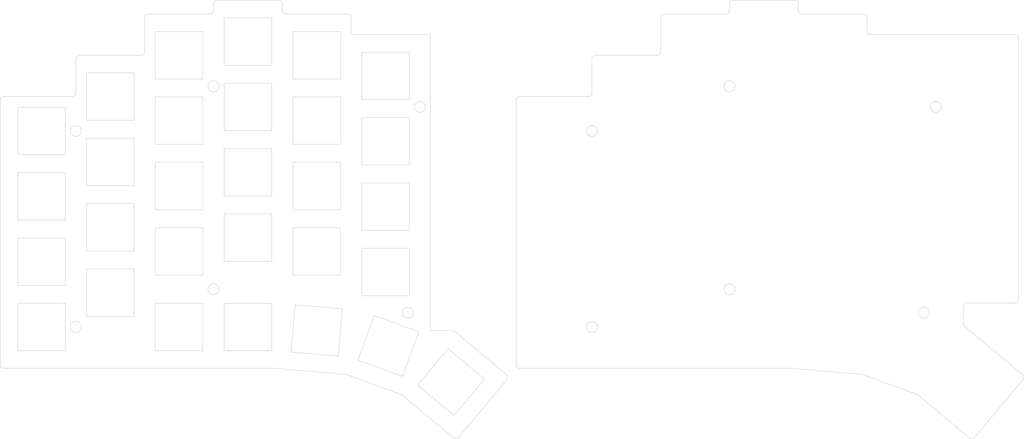
<source format=kicad_pcb>
(kicad_pcb
	(version 20240108)
	(generator "pcbnew")
	(generator_version "8.0")
	(general
		(thickness 1.6)
		(legacy_teardrops no)
	)
	(paper "A3")
	(title_block
		(title "top_bottom_plate")
		(date "2024-08-09")
		(rev "0.1")
		(company "Vacant0mens")
	)
	(layers
		(0 "F.Cu" signal)
		(31 "B.Cu" signal)
		(32 "B.Adhes" user "B.Adhesive")
		(33 "F.Adhes" user "F.Adhesive")
		(34 "B.Paste" user)
		(35 "F.Paste" user)
		(36 "B.SilkS" user "B.Silkscreen")
		(37 "F.SilkS" user "F.Silkscreen")
		(38 "B.Mask" user)
		(39 "F.Mask" user)
		(40 "Dwgs.User" user "User.Drawings")
		(41 "Cmts.User" user "User.Comments")
		(42 "Eco1.User" user "User.Eco1")
		(43 "Eco2.User" user "User.Eco2")
		(44 "Edge.Cuts" user)
		(45 "Margin" user)
		(46 "B.CrtYd" user "B.Courtyard")
		(47 "F.CrtYd" user "F.Courtyard")
		(48 "B.Fab" user)
		(49 "F.Fab" user)
	)
	(setup
		(pad_to_mask_clearance 0.05)
		(allow_soldermask_bridges_in_footprints no)
		(pcbplotparams
			(layerselection 0x0003030_ffffffff)
			(plot_on_all_layers_selection 0x0000000_00000000)
			(disableapertmacros no)
			(usegerberextensions no)
			(usegerberattributes yes)
			(usegerberadvancedattributes yes)
			(creategerberjobfile yes)
			(dashed_line_dash_ratio 12.000000)
			(dashed_line_gap_ratio 3.000000)
			(svgprecision 4)
			(plotframeref no)
			(viasonmask no)
			(mode 1)
			(useauxorigin no)
			(hpglpennumber 1)
			(hpglpenspeed 20)
			(hpglpendiameter 15.000000)
			(pdf_front_fp_property_popups yes)
			(pdf_back_fp_property_popups yes)
			(dxfpolygonmode yes)
			(dxfimperialunits yes)
			(dxfusepcbnewfont yes)
			(psnegative no)
			(psa4output no)
			(plotreference yes)
			(plotvalue yes)
			(plotfptext yes)
			(plotinvisibletext no)
			(sketchpadsonfab no)
			(subtractmaskfromsilk no)
			(outputformat 1)
			(mirror no)
			(drillshape 0)
			(scaleselection 1)
			(outputdirectory "C:/Users/evant/OneDrive/Desktop/Git/tinkering/CustomKeyboard/staggeredColumn58/ergogen/output/pcbs/")
		)
	)
	(net 0 "")
	(gr_arc
		(start 308 114)
		(mid 308.292893 113.292893)
		(end 309 113)
		(stroke
			(width 0.15)
			(type default)
		)
		(layer "Edge.Cuts")
		(uuid "00b23ffc-2c51-4505-9520-f69a2fea3267")
	)
	(gr_line
		(start 106.9 126.9)
		(end 106.9 113.1)
		(stroke
			(width 0.15)
			(type default)
		)
		(layer "Edge.Cuts")
		(uuid "00e422ed-a1c8-4960-8616-8df1b2404ef1")
	)
	(gr_circle
		(center 50 120)
		(end 51.6 120)
		(stroke
			(width 0.15)
			(type default)
		)
		(fill none)
		(layer "Edge.Cuts")
		(uuid "01c7b267-2ed8-42d8-b85f-51623e3ca2e4")
	)
	(gr_line
		(start 278.711912 133.842236)
		(end 294.613458 139.629925)
		(stroke
			(width 0.15)
			(type default)
		)
		(layer "Edge.Cuts")
		(uuid "02a8a6c5-186b-456e-8985-4e854f47f771")
	)
	(gr_line
		(start 33.1 75.1)
		(end 33.1 88.9)
		(stroke
			(width 0.15)
			(type default)
		)
		(layer "Edge.Cuts")
		(uuid "038ae62d-cc12-4834-b9f0-9870d7209468")
	)
	(gr_line
		(start 86.9 66.9)
		(end 86.9 53.1)
		(stroke
			(width 0.15)
			(type default)
		)
		(layer "Edge.Cuts")
		(uuid "091e79b3-a8ab-4f34-933a-b6d6404e7769")
	)
	(gr_arc
		(start 161.171186 152.139376)
		(mid 160.492288 152.492816)
		(end 159.762354 152.262633)
		(stroke
			(width 0.15)
			(type default)
		)
		(layer "Edge.Cuts")
		(uuid "09f35b65-106b-4111-9f29-125a660ee554")
	)
	(gr_line
		(start 86.9 53.1)
		(end 73.1 53.1)
		(stroke
			(width 0.15)
			(type default)
		)
		(layer "Edge.Cuts")
		(uuid "0b4d74c9-3d76-48e3-9e1a-14e6f0401be7")
	)
	(gr_line
		(start 33.1 69.9)
		(end 46.9 69.9)
		(stroke
			(width 0.15)
			(type default)
		)
		(layer "Edge.Cuts")
		(uuid "0c0f71ab-37b7-49a2-a806-67a79e93da90")
	)
	(gr_arc
		(start 200 52)
		(mid 199.707107 52.707107)
		(end 199 53)
		(stroke
			(width 0.15)
			(type default)
		)
		(layer "Edge.Cuts")
		(uuid "0c24b1c7-e3d8-4742-be23-3942fc271d06")
	)
	(gr_circle
		(center 200 63)
		(end 201.6 63)
		(stroke
			(width 0.15)
			(type default)
		)
		(fill none)
		(layer "Edge.Cuts")
		(uuid "0ddb6113-8936-46e6-8792-c6fdc7c68ac0")
	)
	(gr_line
		(start 126.272369 128.475118)
		(end 127.475118 114.727631)
		(stroke
			(width 0.15)
			(type default)
		)
		(layer "Edge.Cuts")
		(uuid "0e0ec216-1081-4d11-8269-e53dc749cf8e")
	)
	(gr_line
		(start 53.1 78.9)
		(end 66.9 78.9)
		(stroke
			(width 0.15)
			(type default)
		)
		(layer "Edge.Cuts")
		(uuid "0e95ea9c-9e01-4a1e-821d-adf1f12b5234")
	)
	(gr_line
		(start 86.9 126.9)
		(end 86.9 113.1)
		(stroke
			(width 0.15)
			(type default)
		)
		(layer "Edge.Cuts")
		(uuid "0fc3f128-9d29-4bcb-8e53-1f38065dffad")
	)
	(gr_arc
		(start 240 26)
		(mid 240.292893 25.292893)
		(end 241 25)
		(stroke
			(width 0.15)
			(type default)
		)
		(layer "Edge.Cuts")
		(uuid "0fe7c0c3-5432-40cf-a0c6-ccbcb8582007")
	)
	(gr_line
		(start 280 30)
		(end 280 34)
		(stroke
			(width 0.15)
			(type default)
		)
		(layer "Edge.Cuts")
		(uuid "107e229d-3fdf-42d9-abd9-39ee9126ffd2")
	)
	(gr_line
		(start 113.1 72.1)
		(end 113.1 85.9)
		(stroke
			(width 0.15)
			(type default)
		)
		(layer "Edge.Cuts")
		(uuid "10ebfda4-aa7c-4f70-8497-68ed0cc3aa71")
	)
	(gr_line
		(start 113.727631 113.524882)
		(end 112.524882 127.272369)
		(stroke
			(width 0.15)
			(type default)
		)
		(layer "Edge.Cuts")
		(uuid "13812cab-5709-4a0b-b625-188cfb5b138d")
	)
	(gr_arc
		(start 279 29)
		(mid 279.707107 29.292893)
		(end 280 30)
		(stroke
			(width 0.15)
			(type default)
		)
		(layer "Edge.Cuts")
		(uuid "14df28da-c4ac-4ae1-9b84-63be2944a18d")
	)
	(gr_arc
		(start 70 40)
		(mid 69.707107 40.707107)
		(end 69 41)
		(stroke
			(width 0.15)
			(type default)
		)
		(layer "Edge.Cuts")
		(uuid "16128208-84a2-4ddb-b531-d3aabbbe3f56")
	)
	(gr_line
		(start 93.1 68.1)
		(end 93.1 81.9)
		(stroke
			(width 0.15)
			(type default)
		)
		(layer "Edge.Cuts")
		(uuid "16f28e58-e448-43a5-a877-52e8646d1e5e")
	)
	(gr_line
		(start 50 52)
		(end 50 42)
		(stroke
			(width 0.15)
			(type default)
		)
		(layer "Edge.Cuts")
		(uuid "1832b4a1-b548-4be4-98a1-f13d26ff2673")
	)
	(gr_line
		(start 240 28)
		(end 240 26)
		(stroke
			(width 0.15)
			(type default)
		)
		(layer "Edge.Cuts")
		(uuid "18522993-5cd2-4588-b2d4-caa3fd407436")
	)
	(gr_arc
		(start 131 35)
		(mid 130.292893 34.707107)
		(end 130 34)
		(stroke
			(width 0.15)
			(type default)
		)
		(layer "Edge.Cuts")
		(uuid "18cb1314-5bdb-431e-a440-2531b7ee5144")
	)
	(gr_line
		(start 70 40)
		(end 70 30)
		(stroke
			(width 0.15)
			(type default)
		)
		(layer "Edge.Cuts")
		(uuid "194e6a9a-229f-4726-8c80-632dec86ed7a")
	)
	(gr_line
		(start 73.1 85.9)
		(end 86.9 85.9)
		(stroke
			(width 0.15)
			(type default)
		)
		(layer "Edge.Cuts")
		(uuid "1b246938-4e15-48ba-b6fa-6006b8d16a3f")
	)
	(gr_line
		(start 106.9 113.1)
		(end 93.1 113.1)
		(stroke
			(width 0.15)
			(type default)
		)
		(layer "Edge.Cuts")
		(uuid "1bded8d9-806f-4926-a2f6-c31c49be3fec")
	)
	(gr_arc
		(start 111 29)
		(mid 110.292893 28.707107)
		(end 110 28)
		(stroke
			(width 0.15)
			(type default)
		)
		(layer "Edge.Cuts")
		(uuid "1c703d0a-aa9a-46e3-9e2f-4d4160f4a873")
	)
	(gr_line
		(start 73.1 53.1)
		(end 73.1 66.9)
		(stroke
			(width 0.15)
			(type default)
		)
		(layer "Edge.Cuts")
		(uuid "1d3f5cc4-8c31-44b3-81bd-8c4fc5a5ca16")
	)
	(gr_line
		(start 261 29)
		(end 279 29)
		(stroke
			(width 0.15)
			(type default)
		)
		(layer "Edge.Cuts")
		(uuid "1dd0dc5a-c9da-4e60-bc81-6eea99484eeb")
	)
	(gr_arc
		(start 70 30)
		(mid 70.292893 29.292893)
		(end 71 29)
		(stroke
			(width 0.15)
			(type default)
		)
		(layer "Edge.Cuts")
		(uuid "1e593630-2381-4b72-af58-b2b387183e6c")
	)
	(gr_line
		(start 110 26)
		(end 110 28)
		(stroke
			(width 0.15)
			(type default)
		)
		(layer "Edge.Cuts")
		(uuid "1f360b3b-539a-4fb7-bcb4-4c7eb054d777")
	)
	(gr_line
		(start 133.1 91.9)
		(end 146.9 91.9)
		(stroke
			(width 0.15)
			(type default)
		)
		(layer "Edge.Cuts")
		(uuid "1fc58ded-73b8-43b4-af78-b1b42afd551b")
	)
	(gr_arc
		(start 240 28)
		(mid 239.707107 28.707107)
		(end 239 29)
		(stroke
			(width 0.15)
			(type default)
		)
		(layer "Edge.Cuts")
		(uuid "201d0b14-a8cf-4168-a351-e96e5520f1b0")
	)
	(gr_arc
		(start 108.002355 132)
		(mid 108.045974 132.000954)
		(end 108.089511 132.003805)
		(stroke
			(width 0.15)
			(type default)
		)
		(layer "Edge.Cuts")
		(uuid "20a7a2ee-ff13-433f-a874-6ffb6396c31b")
	)
	(gr_arc
		(start 144.613458 139.629925)
		(mid 144.771434 139.703598)
		(end 144.914226 139.803574)
		(stroke
			(width 0.15)
			(type default)
		)
		(layer "Edge.Cuts")
		(uuid "21467197-29c0-43f2-bf4c-8e40383b7107")
	)
	(gr_line
		(start 126.9 53.1)
		(end 113.1 53.1)
		(stroke
			(width 0.15)
			(type default)
		)
		(layer "Edge.Cuts")
		(uuid "22bd74c3-d779-4f31-b2d0-1314b97ddd1e")
	)
	(gr_arc
		(start 175.189257 133.877566)
		(mid 175.542668 134.556452)
		(end 175.312514 135.286398)
		(stroke
			(width 0.15)
			(type default)
		)
		(layer "Edge.Cuts")
		(uuid "245dee07-bd9a-475a-ada1-7715bb952da1")
	)
	(gr_line
		(start 149.328376 136.849908)
		(end 159.899789 145.720377)
		(stroke
			(width 0.15)
			(type default)
		)
		(layer "Edge.Cuts")
		(uuid "285aa522-ff0c-4bf1-bef9-7baa82f82668")
	)
	(gr_line
		(start 46.9 56.1)
		(end 33.1 56.1)
		(stroke
			(width 0.15)
			(type default)
		)
		(layer "Edge.Cuts")
		(uuid "28da7341-bdb7-4bdc-b159-96b9ac68e676")
	)
	(gr_line
		(start 221 29)
		(end 239 29)
		(stroke
			(width 0.15)
			(type default)
		)
		(layer "Edge.Cuts")
		(uuid "29506928-bc76-44f8-8fd3-2671b1562bc6")
	)
	(gr_line
		(start 86.9 72.1)
		(end 73.1 72.1)
		(stroke
			(width 0.15)
			(type default)
		)
		(layer "Edge.Cuts")
		(uuid "2981478e-8c85-413c-b70e-0cc7da1d74c9")
	)
	(gr_line
		(start 46.9 69.9)
		(end 46.9 56.1)
		(stroke
			(width 0.15)
			(type default)
		)
		(layer "Edge.Cuts")
		(uuid "2a313897-748d-41a1-93ea-3ead90c1ef6d")
	)
	(gr_arc
		(start 259 25)
		(mid 259.707107 25.292893)
		(end 260 26)
		(stroke
			(width 0.15)
			(type default)
		)
		(layer "Edge.Cuts")
		(uuid "2b099391-60a5-42eb-9abb-f7bfeadc0590")
	)
	(gr_line
		(start 126.9 47.9)
		(end 126.9 34.1)
		(stroke
			(width 0.15)
			(type default)
		)
		(layer "Edge.Cuts")
		(uuid "2b9870ad-bd3e-4211-a1e9-46a9fd22b820")
	)
	(gr_line
		(start 178 131)
		(end 178 54)
		(stroke
			(width 0.15)
			(type default)
		)
		(layer "Edge.Cuts")
		(uuid "2c187260-920b-4dfb-b899-b4992962358b")
	)
	(gr_line
		(start 168.770258 135.148964)
		(end 158.198845 126.278495)
		(stroke
			(width 0.15)
			(type default)
		)
		(layer "Edge.Cuts")
		(uuid "2d09e64a-23d1-492f-a33e-bd414bf6d622")
	)
	(gr_line
		(start 146.9 110.9)
		(end 146.9 97.1)
		(stroke
			(width 0.15)
			(type default)
		)
		(layer "Edge.Cuts")
		(uuid "2e6cff04-f2cd-4d62-a9cd-06dee41e4cbf")
	)
	(gr_line
		(start 113.1 66.9)
		(end 126.9 66.9)
		(stroke
			(width 0.15)
			(type default)
		)
		(layer "Edge.Cuts")
		(uuid "2e9c14db-64d6-4ede-92b1-36409bd8d95c")
	)
	(gr_line
		(start 146.9 97.1)
		(end 133.1 97.1)
		(stroke
			(width 0.15)
			(type default)
		)
		(layer "Edge.Cuts")
		(uuid "2f029569-acfa-4b9d-86b1-328fad3adea7")
	)
	(gr_circle
		(center 296.481999 115.83393)
		(end 298.081999 115.83393)
		(stroke
			(width 0.15)
			(type default)
		)
		(fill none)
		(layer "Edge.Cuts")
		(uuid "2f1058c9-fdee-4b2f-ad78-6a22b6bdaa04")
	)
	(gr_line
		(start 53.1 103.1)
		(end 53.1 116.9)
		(stroke
			(width 0.15)
			(type default)
		)
		(layer "Edge.Cuts")
		(uuid "31914982-2305-40e4-b357-18d3528e0d74")
	)
	(gr_line
		(start 46.9 126.9)
		(end 46.9 113.1)
		(stroke
			(width 0.15)
			(type default)
		)
		(layer "Edge.Cuts")
		(uuid "32e5d66a-518b-46fb-88d3-e35ac25cf04f")
	)
	(gr_line
		(start 33.1 107.9)
		(end 46.9 107.9)
		(stroke
			(width 0.15)
			(type default)
		)
		(layer "Edge.Cuts")
		(uuid "3332514f-8384-45f4-9031-1d67c0620d1b")
	)
	(gr_line
		(start 66.9 103.1)
		(end 53.1 103.1)
		(stroke
			(width 0.15)
			(type default)
		)
		(layer "Edge.Cuts")
		(uuid "33acfdad-f7d0-4d96-9e86-f58271a0bdea")
	)
	(gr_line
		(start 73.1 104.9)
		(end 86.9 104.9)
		(stroke
			(width 0.15)
			(type default)
		)
		(layer "Edge.Cuts")
		(uuid "34af3be8-a22c-4c4f-aa3f-265d4171285b")
	)
	(gr_line
		(start 53.1 116.9)
		(end 66.9 116.9)
		(stroke
			(width 0.15)
			(type default)
		)
		(layer "Edge.Cuts")
		(uuid "34f470dc-3289-42e6-81a6-0cb827ba1952")
	)
	(gr_line
		(start 308 114)
		(end 308 118.987759)
		(stroke
			(width 0.15)
			(type default)
		)
		(layer "Edge.Cuts")
		(uuid "38adfb30-a40d-492e-9911-c7c9f3d6db0d")
	)
	(gr_line
		(start 93.1 30.1)
		(end 93.1 43.9)
		(stroke
			(width 0.15)
			(type default)
		)
		(layer "Edge.Cuts")
		(uuid "3a550340-7307-4b71-adf3-7ea683e0a3d1")
	)
	(gr_line
		(start 66.9 78.9)
		(end 66.9 65.1)
		(stroke
			(width 0.15)
			(type default)
		)
		(layer "Edge.Cuts")
		(uuid "3a778873-f3b5-4868-8913-c01376e0f6d3")
	)
	(gr_arc
		(start 220 30)
		(mid 220.292893 29.292893)
		(end 221 29)
		(stroke
			(width 0.15)
			(type default)
		)
		(layer "Edge.Cuts")
		(uuid "3b99238a-62f6-439a-a7c2-e355226a8340")
	)
	(gr_line
		(start 131.996574 129.610449)
		(end 144.964332 134.330327)
		(stroke
			(width 0.15)
			(type default)
		)
		(layer "Edge.Cuts")
		(uuid "3c2260a9-42f5-4c3b-9536-2dfe7a567b53")
	)
	(gr_line
		(start 159.899789 145.720377)
		(end 168.770258 135.148964)
		(stroke
			(width 0.15)
			(type default)
		)
		(layer "Edge.Cuts")
		(uuid "3c392328-c2d2-40f4-80aa-f5869a329c74")
	)
	(gr_line
		(start 106.9 81.9)
		(end 106.9 68.1)
		(stroke
			(width 0.15)
			(type default)
		)
		(layer "Edge.Cuts")
		(uuid "3c990097-530a-4660-addb-98c47c98a567")
	)
	(gr_line
		(start 93.1 43.9)
		(end 106.9 43.9)
		(stroke
			(width 0.15)
			(type default)
		)
		(layer "Edge.Cuts")
		(uuid "3d8725cc-13b5-4226-b5cc-e3738bcc8614")
	)
	(gr_line
		(start 53.1 97.9)
		(end 66.9 97.9)
		(stroke
			(width 0.15)
			(type default)
		)
		(layer "Edge.Cuts")
		(uuid "3df43ecc-7b6a-4c31-94a6-08596cf4c085")
	)
	(gr_line
		(start 51 41)
		(end 69 41)
		(stroke
			(width 0.15)
			(type default)
		)
		(layer "Edge.Cuts")
		(uuid "3e0a61d9-c8f8-4c53-bf73-2e58b65d933b")
	)
	(gr_circle
		(center 240 109)
		(end 241.6 109)
		(stroke
			(width 0.15)
			(type default)
		)
		(fill none)
		(layer "Edge.Cuts")
		(uuid "400ac972-099b-4f58-b1a4-a826ddb69f09")
	)
	(gr_line
		(start 311.171186 152.139376)
		(end 325.312514 135.286398)
		(stroke
			(width 0.15)
			(type default)
		)
		(layer "Edge.Cuts")
		(uuid "4189ca41-74b7-44cd-a230-2fe4140c3936")
	)
	(gr_arc
		(start 323 35)
		(mid 323.707107 35.292893)
		(end 324 36)
		(stroke
			(width 0.15)
			(type default)
		)
		(layer "Edge.Cuts")
		(uuid "41a4d93d-cbc8-406a-999a-60dc2e36fdea")
	)
	(gr_arc
		(start 308.357212 119.753804)
		(mid 308.093706 119.410375)
		(end 308 118.987759)
		(stroke
			(width 0.15)
			(type default)
		)
		(layer "Edge.Cuts")
		(uuid "41a9adc3-518c-4cee-a1a2-704a18688a37")
	)
	(gr_arc
		(start 258.002355 132)
		(mid 258.045974 132.000954)
		(end 258.089511 132.003805)
		(stroke
			(width 0.15)
			(type default)
		)
		(layer "Edge.Cuts")
		(uuid "430cccaf-c87f-4401-8fdc-2110d1387a2e")
	)
	(gr_line
		(start 86.9 34.1)
		(end 73.1 34.1)
		(stroke
			(width 0.15)
			(type default)
		)
		(layer "Edge.Cuts")
		(uuid "432d71e7-4b1b-4a71-b98b-efd751903f24")
	)
	(gr_line
		(start 153 121)
		(end 159.842371 121)
		(stroke
			(width 0.15)
			(type default)
		)
		(layer "Edge.Cuts")
		(uuid "4490acbe-8f24-47fd-95fb-668caf8b5053")
	)
	(gr_line
		(start 46.9 107.9)
		(end 46.9 94.1)
		(stroke
			(width 0.15)
			(type default)
		)
		(layer "Edge.Cuts")
		(uuid "47024408-619c-48bc-aa92-b9499364e833")
	)
	(gr_arc
		(start 50 52)
		(mid 49.707107 52.707107)
		(end 49 53)
		(stroke
			(width 0.15)
			(type default)
		)
		(layer "Edge.Cuts")
		(uuid "473873eb-3612-4eeb-880f-791309644563")
	)
	(gr_arc
		(start 90 28)
		(mid 89.707107 28.707107)
		(end 89 29)
		(stroke
			(width 0.15)
			(type default)
		)
		(layer "Edge.Cuts")
		(uuid "49c235a6-5147-4454-8acf-49a4cfc1bfd4")
	)
	(gr_line
		(start 73.1 126.9)
		(end 86.9 126.9)
		(stroke
			(width 0.15)
			(type default)
		)
		(layer "Edge.Cuts")
		(uuid "4b5132c7-98d2-4c37-b459-7de224e4e307")
	)
	(gr_line
		(start 126.9 85.9)
		(end 126.9 72.1)
		(stroke
			(width 0.15)
			(type default)
		)
		(layer "Edge.Cuts")
		(uuid "4b59d9a1-f20a-498a-9516-bb7978b9c49c")
	)
	(gr_arc
		(start 294.613458 139.629925)
		(mid 294.771434 139.703598)
		(end 294.914226 139.803574)
		(stroke
			(width 0.15)
			(type default)
		)
		(layer "Edge.Cuts")
		(uuid "4ba171e1-5113-482d-88a5-f80c4ae2dfb4")
	)
	(gr_line
		(start 106.9 49.1)
		(end 93.1 49.1)
		(stroke
			(width 0.15)
			(type default)
		)
		(layer "Edge.Cuts")
		(uuid "4d4e6d75-6434-4f48-a727-dcdeb409e1fe")
	)
	(gr_line
		(start 146.9 59.1)
		(end 133.1 59.1)
		(stroke
			(width 0.15)
			(type default)
		)
		(layer "Edge.Cuts")
		(uuid "4e043d74-43eb-469c-baf7-eba7e6ad8c9f")
	)
	(gr_arc
		(start 324 112)
		(mid 323.707107 112.707107)
		(end 323 113)
		(stroke
			(width 0.15)
			(type default)
		)
		(layer "Edge.Cuts")
		(uuid "500dc75c-bbcd-4890-8f3c-00b0f9614f06")
	)
	(gr_line
		(start 146.9 53.9)
		(end 146.9 40.1)
		(stroke
			(width 0.15)
			(type default)
		)
		(layer "Edge.Cuts")
		(uuid "51ae91bc-cfb8-43b2-b2a5-8d3fe85399ce")
	)
	(gr_arc
		(start 129 29)
		(mid 129.707107 29.292893)
		(end 130 30)
		(stroke
			(width 0.15)
			(type default)
		)
		(layer "Edge.Cuts")
		(uuid "51f78e0f-8c9c-4ccc-8d9f-4fa1abb7a863")
	)
	(gr_line
		(start 159.842371 121)
		(end 175.189257 133.877566)
		(stroke
			(width 0.15)
			(type default)
		)
		(layer "Edge.Cuts")
		(uuid "531ce2da-4798-4235-8e89-92e74caba395")
	)
	(gr_line
		(start 33.1 94.1)
		(end 33.1 107.9)
		(stroke
			(width 0.15)
			(type default)
		)
		(layer "Edge.Cuts")
		(uuid "5619fa69-6ff3-40d4-a8d3-579810a74ff4")
	)
	(gr_line
		(start 146.9 78.1)
		(end 133.1 78.1)
		(stroke
			(width 0.15)
			(type default)
		)
		(layer "Edge.Cuts")
		(uuid "574f22bc-dc62-4834-a4b8-9011b87308df")
	)
	(gr_line
		(start 73.1 91.1)
		(end 73.1 104.9)
		(stroke
			(width 0.15)
			(type default)
		)
		(layer "Edge.Cuts")
		(uuid "592e1a72-e0a9-4036-bc98-b1df9fada7f7")
	)
	(gr_line
		(start 113.1 53.1)
		(end 113.1 66.9)
		(stroke
			(width 0.15)
			(type default)
		)
		(layer "Edge.Cuts")
		(uuid "5b2248c9-8eb5-468b-8671-12c8b72615e1")
	)
	(gr_line
		(start 33.1 88.9)
		(end 46.9 88.9)
		(stroke
			(width 0.15)
			(type default)
		)
		(layer "Edge.Cuts")
		(uuid "5bed4216-4266-4d09-8548-9f1c36447995")
	)
	(gr_arc
		(start 325.189257 133.877566)
		(mid 325.542668 134.556452)
		(end 325.312514 135.286398)
		(stroke
			(width 0.15)
			(type default)
		)
		(layer "Edge.Cuts")
		(uuid "5c1aea77-44d6-40df-b764-99a8efe96932")
	)
	(gr_line
		(start 28 131)
		(end 28 54)
		(stroke
			(width 0.15)
			(type default)
		)
		(layer "Edge.Cuts")
		(uuid "5c286ae9-5566-47ea-8dd7-9fd9a31d4a54")
	)
	(gr_line
		(start 126.9 34.1)
		(end 113.1 34.1)
		(stroke
			(width 0.15)
			(type default)
		)
		(layer "Edge.Cuts")
		(uuid "5c9fe142-a81f-4b93-a411-d5f9d43a61ef")
	)
	(gr_line
		(start 90 28)
		(end 90 26)
		(stroke
			(width 0.15)
			(type default)
		)
		(layer "Edge.Cuts")
		(uuid "5e9324b1-5efc-4ac5-a5e6-64281399d24d")
	)
	(gr_line
		(start 106.9 30.1)
		(end 93.1 30.1)
		(stroke
			(width 0.15)
			(type default)
		)
		(layer "Edge.Cuts")
		(uuid "5f12c4d2-fa50-404f-8035-a4af6d44f2aa")
	)
	(gr_line
		(start 86.9 91.1)
		(end 73.1 91.1)
		(stroke
			(width 0.15)
			(type default)
		)
		(layer "Edge.Cuts")
		(uuid "5f73cad2-e5bb-4d5b-8461-15549be7bf6a")
	)
	(gr_line
		(start 323 113)
		(end 309 113)
		(stroke
			(width 0.15)
			(type default)
		)
		(layer "Edge.Cuts")
		(uuid "5ffbe1a5-5cb7-41d1-90d1-56a0577d08b4")
	)
	(gr_line
		(start 66.9 65.1)
		(end 53.1 65.1)
		(stroke
			(width 0.15)
			(type default)
		)
		(layer "Edge.Cuts")
		(uuid "604533d1-64f9-4ca5-ad76-4772d1a4a392")
	)
	(gr_line
		(start 133.1 110.9)
		(end 146.9 110.9)
		(stroke
			(width 0.15)
			(type default)
		)
		(layer "Edge.Cuts")
		(uuid "606e01e7-9f64-4cea-8a6a-296f77803eeb")
	)
	(gr_line
		(start 130 30)
		(end 130 34)
		(stroke
			(width 0.15)
			(type default)
		)
		(layer "Edge.Cuts")
		(uuid "61ba3a05-beef-404b-8e5d-339f96269f88")
	)
	(gr_line
		(start 158.198845 126.278495)
		(end 149.328376 136.849908)
		(stroke
			(width 0.15)
			(type default)
		)
		(layer "Edge.Cuts")
		(uuid "63c8245d-868a-4e95-8dac-c2e54e71d658")
	)
	(gr_arc
		(start 109 25)
		(mid 109.707107 25.292893)
		(end 110 26)
		(stroke
			(width 0.15)
			(type default)
		)
		(layer "Edge.Cuts")
		(uuid "663bbb84-0a02-4d4f-a1e2-f2154cd19b48")
	)
	(gr_line
		(start 127.475118 114.727631)
		(end 113.727631 113.524882)
		(stroke
			(width 0.15)
			(type default)
		)
		(layer "Edge.Cuts")
		(uuid "672c2984-0a2c-46ee-8eae-8ec79098ba18")
	)
	(gr_line
		(start 144.914226 139.803574)
		(end 159.762354 152.262633)
		(stroke
			(width 0.15)
			(type default)
		)
		(layer "Edge.Cuts")
		(uuid "6ba57d63-8b5e-4e89-a5d3-f227aca62711")
	)
	(gr_line
		(start 146.9 91.9)
		(end 146.9 78.1)
		(stroke
			(width 0.15)
			(type default)
		)
		(layer "Edge.Cuts")
		(uuid "6bb7699f-6c0f-4cce-b2b5-037ac618223f")
	)
	(gr_line
		(start 324 112)
		(end 324 36)
		(stroke
			(width 0.15)
			(type default)
		)
		(layer "Edge.Cuts")
		(uuid "7079636e-3f19-4c0a-ab31-63f97012c967")
	)
	(gr_arc
		(start 281 35)
		(mid 280.292893 34.707107)
		(end 280 34)
		(stroke
			(width 0.15)
			(type default)
		)
		(layer "Edge.Cuts")
		(uuid "70a98670-e85e-458b-ac04-77fb3704ba59")
	)
	(gr_line
		(start 86.9 113.1)
		(end 73.1 113.1)
		(stroke
			(width 0.15)
			(type default)
		)
		(layer "Edge.Cuts")
		(uuid "7827c5e8-71a9-4ced-ad1d-9bc2f7a1d14d")
	)
	(gr_line
		(start 220 40)
		(end 220 30)
		(stroke
			(width 0.15)
			(type default)
		)
		(layer "Edge.Cuts")
		(uuid "793e023a-f607-412e-8da4-adbc547601ae")
	)
	(gr_circle
		(center 146.481999 115.83393)
		(end 148.081999 115.83393)
		(stroke
			(width 0.15)
			(type default)
		)
		(fill none)
		(layer "Edge.Cuts")
		(uuid "7bcebea8-30f1-48ca-a6bc-444b43823965")
	)
	(gr_circle
		(center 300 56)
		(end 301.6 56)
		(stroke
			(width 0.15)
			(type default)
		)
		(fill none)
		(layer "Edge.Cuts")
		(uuid "7e4182ca-1ab1-43ed-927a-a2265909bbaa")
	)
	(gr_line
		(start 93.1 113.1)
		(end 93.1 126.9)
		(stroke
			(width 0.15)
			(type default)
		)
		(layer "Edge.Cuts")
		(uuid "80c96498-b9f7-4e2c-8cec-527f7dde21a6")
	)
	(gr_circle
		(center 50 63)
		(end 51.6 63)
		(stroke
			(width 0.15)
			(type default)
		)
		(fill none)
		(layer "Edge.Cuts")
		(uuid "812b352b-8693-4e19-817f-054bfc7413ca")
	)
	(gr_line
		(start 33.1 56.1)
		(end 33.1 69.9)
		(stroke
			(width 0.15)
			(type default)
		)
		(layer "Edge.Cuts")
		(uuid "820906b2-3dab-42a5-abac-bb9e18820ae8")
	)
	(gr_line
		(start 161.171186 152.139376)
		(end 175.312514 135.286398)
		(stroke
			(width 0.15)
			(type default)
		)
		(layer "Edge.Cuts")
		(uuid "82a82535-07bf-4a58-9d95-bdc8b9d4f65a")
	)
	(gr_line
		(start 73.1 72.1)
		(end 73.1 85.9)
		(stroke
			(width 0.15)
			(type default)
		)
		(layer "Edge.Cuts")
		(uuid "82cb8164-9d34-45b5-b06b-3c0948f70167")
	)
	(gr_line
		(start 112.524882 127.272369)
		(end 126.272369 128.475118)
		(stroke
			(width 0.15)
			(type default)
		)
		(layer "Edge.Cuts")
		(uuid "84b17252-1cc7-49f2-bb2f-053d50b5f08b")
	)
	(gr_arc
		(start 179 132)
		(mid 178.292893 131.707107)
		(end 178 131)
		(stroke
			(width 0.15)
			(type default)
		)
		(layer "Edge.Cuts")
		(uuid "8aa3be54-9607-4ff2-aae9-a88ffc9d4603")
	)
	(gr_line
		(start 53.1 46.1)
		(end 53.1 59.9)
		(stroke
			(width 0.15)
			(type default)
		)
		(layer "Edge.Cuts")
		(uuid "8ccf8895-7cd6-4cbd-9bb4-f5807f395228")
	)
	(gr_line
		(start 146.9 40.1)
		(end 133.1 40.1)
		(stroke
			(width 0.15)
			(type default)
		)
		(layer "Edge.Cuts")
		(uuid "8f568b5c-96dc-4b2e-99fe-e18139da61ca")
	)
	(gr_arc
		(start 178 54)
		(mid 178.292893 53.292893)
		(end 179 53)
		(stroke
			(width 0.15)
			(type default)
		)
		(layer "Edge.Cuts")
		(uuid "8f69ed8e-9ae7-4cbf-83d8-8a5631417540")
	)
	(gr_line
		(start 153 35)
		(end 153 121)
		(stroke
			(width 0.15)
			(type default)
		)
		(layer "Edge.Cuts")
		(uuid "8f8c8134-834f-4840-95d0-c57e100e22f7")
	)
	(gr_arc
		(start 50 42)
		(mid 50.292893 41.292893)
		(end 51 41)
		(stroke
			(width 0.15)
			(type default)
		)
		(layer "Edge.Cuts")
		(uuid "92c818fc-d56d-414c-8044-fe0cf1b65753")
	)
	(gr_line
		(start 126.9 91.1)
		(end 113.1 91.1)
		(stroke
			(width 0.15)
			(type default)
		)
		(layer "Edge.Cuts")
		(uuid "93c07ba2-8bb6-4b75-bd3e-90c2b0fb5168")
	)
	(gr_line
		(start 126.9 104.9)
		(end 126.9 91.1)
		(stroke
			(width 0.15)
			(type default)
		)
		(layer "Edge.Cuts")
		(uuid "94cd0286-aac6-42e9-95b9-e869afd9ed25")
	)
	(gr_circle
		(center 90 50)
		(end 91.6 50)
		(stroke
			(width 0.15)
			(type default)
		)
		(fill none)
		(layer "Edge.Cuts")
		(uuid "9670b7fe-05d4-4be6-bdc7-42778a07fc5c")
	)
	(gr_circle
		(center 90 109)
		(end 91.6 109)
		(stroke
			(width 0.15)
			(type default)
		)
		(fill none)
		(layer "Edge.Cuts")
		(uuid "97923fcd-9a6f-456c-8f81-b6870b581065")
	)
	(gr_arc
		(start 90 26)
		(mid 90.292893 25.292893)
		(end 91 25)
		(stroke
			(width 0.15)
			(type default)
		)
		(layer "Edge.Cuts")
		(uuid "97cda9e3-4588-4014-a33a-4d84d6aa4201")
	)
	(gr_line
		(start 200 52)
		(end 200 42)
		(stroke
			(width 0.15)
			(type default)
		)
		(layer "Edge.Cuts")
		(uuid "99da8af6-c133-4a54-9e08-9aa624dda1ae")
	)
	(gr_line
		(start 66.9 97.9)
		(end 66.9 84.1)
		(stroke
			(width 0.15)
			(type default)
		)
		(layer "Edge.Cuts")
		(uuid "9a756721-af88-4ab6-970d-68713001e58d")
	)
	(gr_line
		(start 53.1 59.9)
		(end 66.9 59.9)
		(stroke
			(width 0.15)
			(type default)
		)
		(layer "Edge.Cuts")
		(uuid "9b0db5e6-cff8-4237-a4e6-813914392d43")
	)
	(gr_arc
		(start 28 54)
		(mid 28.292893 53.292893)
		(end 29 53)
		(stroke
			(width 0.15)
			(type default)
		)
		(layer "Edge.Cuts")
		(uuid "9cbaf4a1-d112-44e7-b272-87fbc9dedb0c")
	)
	(gr_line
		(start 93.1 62.9)
		(end 106.9 62.9)
		(stroke
			(width 0.15)
			(type default)
		)
		(layer "Edge.Cuts")
		(uuid "9d5da3c0-63a6-4959-9faa-34ad04a57d13")
	)
	(gr_line
		(start 133.1 97.1)
		(end 133.1 110.9)
		(stroke
			(width 0.15)
			(type default)
		)
		(layer "Edge.Cuts")
		(uuid "9d621e29-2044-46b6-ac9a-bc7c3d2a827e")
	)
	(gr_line
		(start 294.914226 139.803574)
		(end 309.762354 152.262633)
		(stroke
			(width 0.15)
			(type default)
		)
		(layer "Edge.Cuts")
		(uuid "a071049a-b316-49e3-bfb9-0b5ad4ab7c11")
	)
	(gr_line
		(start 86.9 104.9)
		(end 86.9 91.1)
		(stroke
			(width 0.15)
			(type default)
		)
		(layer "Edge.Cuts")
		(uuid "a0dec543-b93f-4285-9465-9c4743402989")
	)
	(gr_line
		(start 46.9 88.9)
		(end 46.9 75.1)
		(stroke
			(width 0.15)
			(type default)
		)
		(layer "Edge.Cuts")
		(uuid "a119f0b8-0867-42f6-81a5-d84eb1519093")
	)
	(gr_arc
		(start 200 42)
		(mid 200.292893 41.292893)
		(end 201 41)
		(stroke
			(width 0.15)
			(type default)
		)
		(layer "Edge.Cuts")
		(uuid "a1fc8b13-5fe1-4928-a958-3b1f5e4fd73c")
	)
	(gr_line
		(start 106.9 43.9)
		(end 106.9 30.1)
		(stroke
			(width 0.15)
			(type default)
		)
		(layer "Edge.Cuts")
		(uuid "a270108d-063a-472c-a3bb-a65449ebe7a5")
	)
	(gr_line
		(start 308.357212 119.753804)
		(end 325.189257 133.877566)
		(stroke
			(width 0.15)
			(type default)
		)
		(layer "Edge.Cuts")
		(uuid "a54f3410-c31f-4e7c-b807-b7776f5baefa")
	)
	(gr_circle
		(center 200 120)
		(end 201.6 120)
		(stroke
			(width 0.15)
			(type default)
		)
		(fill none)
		(layer "Edge.Cuts")
		(uuid "a7af01f6-fe41-46d1-acd8-6f6b9b1405b0")
	)
	(gr_line
		(start 131 35)
		(end 153 35)
		(stroke
			(width 0.15)
			(type default)
		)
		(layer "Edge.Cuts")
		(uuid "a8444a68-5b42-4532-babc-0be12709a864")
	)
	(gr_line
		(start 106.9 68.1)
		(end 93.1 68.1)
		(stroke
			(width 0.15)
			(type default)
		)
		(layer "Edge.Cuts")
		(uuid "a894a76a-3b37-4f29-9985-fb8dcf5d83e8")
	)
	(gr_line
		(start 128.711912 133.842236)
		(end 144.613458 139.629925)
		(stroke
			(width 0.15)
			(type default)
		)
		(layer "Edge.Cuts")
		(uuid "aa329201-5198-4b95-9996-3eecd01f0dc2")
	)
	(gr_line
		(start 33.1 126.9)
		(end 46.9 126.9)
		(stroke
			(width 0.15)
			(type default)
		)
		(layer "Edge.Cuts")
		(uuid "aa4285aa-22a0-48fd-ad8a-1436e8f39071")
	)
	(gr_line
		(start 201 41)
		(end 219 41)
		(stroke
			(width 0.15)
			(type default)
		)
		(layer "Edge.Cuts")
		(uuid "ab37f224-0225-4fce-bfc3-89100b9ce23d")
	)
	(gr_line
		(start 53.1 65.1)
		(end 53.1 78.9)
		(stroke
			(width 0.15)
			(type default)
		)
		(layer "Edge.Cuts")
		(uuid "abcc0be4-18d7-4235-93d9-15ccad74b715")
	)
	(gr_line
		(start 113.1 104.9)
		(end 126.9 104.9)
		(stroke
			(width 0.15)
			(type default)
		)
		(layer "Edge.Cuts")
		(uuid "addcba92-ff7b-4c6a-ad7b-5813662c6057")
	)
	(gr_line
		(start 93.1 81.9)
		(end 106.9 81.9)
		(stroke
			(width 0.15)
			(type default)
		)
		(layer "Edge.Cuts")
		(uuid "ae8a38e0-f0c2-43ab-b49f-57871f9293b8")
	)
	(gr_line
		(start 113.1 85.9)
		(end 126.9 85.9)
		(stroke
			(width 0.15)
			(type default)
		)
		(layer "Edge.Cuts")
		(uuid "afb8ccd1-a630-4857-96c6-56f61d96fe06")
	)
	(gr_arc
		(start 311.171186 152.139376)
		(mid 310.492288 152.492816)
		(end 309.762354 152.262633)
		(stroke
			(width 0.15)
			(type default)
		)
		(layer "Edge.Cuts")
		(uuid "b047acfe-9ca2-4814-9751-868e42aecbff")
	)
	(gr_line
		(start 93.1 49.1)
		(end 93.1 62.9)
		(stroke
			(width 0.15)
			(type default)
		)
		(layer "Edge.Cuts")
		(uuid "b0b8da02-afb1-467d-867b-82c82bb7054d")
	)
	(gr_arc
		(start 261 29)
		(mid 260.292893 28.707107)
		(end 260 28)
		(stroke
			(width 0.15)
			(type default)
		)
		(layer "Edge.Cuts")
		(uuid "b0faf5c7-14ba-40b2-b30a-d86a4e710e09")
	)
	(gr_line
		(start 106.9 100.9)
		(end 106.9 87.1)
		(stroke
			(width 0.15)
			(type default)
		)
		(layer "Edge.Cuts")
		(uuid "b22782fc-2168-416a-ac62-9d608a679bed")
	)
	(gr_arc
		(start 278.457048 133.785734)
		(mid 278.586332 133.80563)
		(end 278.711912 133.842236)
		(stroke
			(width 0.15)
			(type default)
		)
		(layer "Edge.Cuts")
		(uuid "b7b4d885-6ee3-4dea-8a52-205c0b8ba222")
	)
	(gr_line
		(start 46.9 113.1)
		(end 33.1 113.1)
		(stroke
			(width 0.15)
			(type default)
		)
		(layer "Edge.Cuts")
		(uuid "bafa2310-3353-4f93-ab0c-8bad9f6041c1")
	)
	(gr_line
		(start 126.9 66.9)
		(end 126.9 53.1)
		(stroke
			(width 0.15)
			(type default)
		)
		(layer "Edge.Cuts")
		(uuid "c160c6f6-d5f3-46d3-8b78-fc7f562d283f")
	)
	(gr_line
		(start 66.9 116.9)
		(end 66.9 103.1)
		(stroke
			(width 0.15)
			(type default)
		)
		(layer "Edge.Cuts")
		(uuid "c1df5c2d-f0ca-496a-9346-63fd967513d1")
	)
	(gr_arc
		(start 29 132)
		(mid 28.292893 131.707107)
		(end 28 131)
		(stroke
			(width 0.15)
			(type default)
		)
		(layer "Edge.Cuts")
		(uuid "c217f471-2f34-4571-83df-4900d8a1881a")
	)
	(gr_line
		(start 113.1 34.1)
		(end 113.1 47.9)
		(stroke
			(width 0.15)
			(type default)
		)
		(layer "Edge.Cuts")
		(uuid "c23164b9-4b5b-4c31-b99e-2fb6f9172abe")
	)
	(gr_line
		(start 29 132)
		(end 108.002355 132)
		(stroke
			(width 0.15)
			(type default)
		)
		(layer "Edge.Cuts")
		(uuid "c2d57867-a5dc-489e-9fb4-0b89e6154916")
	)
	(gr_line
		(start 133.1 78.1)
		(end 133.1 91.9)
		(stroke
			(width 0.15)
			(type default)
		)
		(layer "Edge.Cuts")
		(uuid "c4a379e5-10f5-4e86-9a0a-68383e023b64")
	)
	(gr_line
		(start 93.1 87.1)
		(end 93.1 100.9)
		(stroke
			(width 0.15)
			(type default)
		)
		(layer "Edge.Cuts")
		(uuid "c55581c9-de1c-48e2-b22c-a88e642d3eda")
	)
	(gr_line
		(start 133.1 40.1)
		(end 133.1 53.9)
		(stroke
			(width 0.15)
			(type default)
		)
		(layer "Edge.Cuts")
		(uuid "c606247c-0303-4be9-acb4-20aca8e17695")
	)
	(gr_line
		(start 73.1 34.1)
		(end 73.1 47.9)
		(stroke
			(width 0.15)
			(type default)
		)
		(layer "Edge.Cuts")
		(uuid "c75111b4-f2f3-444e-80be-5572816ce51e")
	)
	(gr_line
		(start 66.9 46.1)
		(end 53.1 46.1)
		(stroke
			(width 0.15)
			(type default)
		)
		(layer "Edge.Cuts")
		(uuid "c81b9dfb-3561-4bad-8ba0-684820b25dcd")
	)
	(gr_line
		(start 258.089511 132.003805)
		(end 278.457048 133.785734)
		(stroke
			(width 0.15)
			(type default)
		)
		(layer "Edge.Cuts")
		(uuid "ca2a6e7b-8620-41df-aea6-3080e9a74725")
	)
	(gr_line
		(start 46.9 75.1)
		(end 33.1 75.1)
		(stroke
			(width 0.15)
			(type default)
		)
		(layer "Edge.Cuts")
		(uuid "ca86ba51-eb97-4f45-8236-218aa66c4bd4")
	)
	(gr_line
		(start 91 25)
		(end 109 25)
		(stroke
			(width 0.15)
			(type default)
		)
		(layer "Edge.Cuts")
		(uuid "cab285ad-c9d6-4ae3-97e1-febd6f314b59")
	)
	(gr_line
		(start 260 26)
		(end 260 28)
		(stroke
			(width 0.15)
			(type default)
		)
		(layer "Edge.Cuts")
		(uuid "cd923c8e-7bff-41c4-95ac-fef2d0be916d")
	)
	(gr_line
		(start 136.716452 116.64269)
		(end 131.996574 129.610449)
		(stroke
			(width 0.15)
			(type default)
		)
		(layer "Edge.Cuts")
		(uuid "ce2d0ef7-19a0-46c1-b4b0-8d4d988e5d41")
	)
	(gr_line
		(start 53.1 84.1)
		(end 53.1 97.9)
		(stroke
			(width 0.15)
			(type default)
		)
		(layer "Edge.Cuts")
		(uuid "ce34fafd-11c1-4c91-88fd-31e64594f7d0")
	)
	(gr_line
		(start 111 29)
		(end 129 29)
		(stroke
			(width 0.15)
			(type default)
		)
		(layer "Edge.Cuts")
		(uuid "cf2065ae-e01f-4ddd-9b94-277bb3fe1792")
	)
	(gr_line
		(start 149.68421 121.362568)
		(end 136.716452 116.64269)
		(stroke
			(width 0.15)
			(type default)
		)
		(layer "Edge.Cuts")
		(uuid "cfc885e4-b58d-47b4-aeb3-626873abf29f")
	)
	(gr_line
		(start 66.9 59.9)
		(end 66.9 46.1)
		(stroke
			(width 0.15)
			(type default)
		)
		(layer "Edge.Cuts")
		(uuid "d093ab25-675d-4401-beac-fe4d71ecf9d9")
	)
	(gr_line
		(start 146.9 72.9)
		(end 146.9 59.1)
		(stroke
			(width 0.15)
			(type default)
		)
		(layer "Edge.Cuts")
		(uuid "d2d0207d-8c9d-44c0-a828-74c530556fe5")
	)
	(gr_line
		(start 179 53)
		(end 199 53)
		(stroke
			(width 0.15)
			(type default)
		)
		(layer "Edge.Cuts")
		(uuid "d3136b61-eef4-4c37-98e6-3058d7e5be8c")
	)
	(gr_line
		(start 241 25)
		(end 259 25)
		(stroke
			(width 0.15)
			(type default)
		)
		(layer "Edge.Cuts")
		(uuid "d31b5cbe-68e7-49d9-b341-be3b170c26a1")
	)
	(gr_line
		(start 113.1 47.9)
		(end 126.9 47.9)
		(stroke
			(width 0.15)
			(type default)
		)
		(layer "Edge.Cuts")
		(uuid "d34ecdf7-431f-4fa8-aade-9b55cb3a10ea")
	)
	(gr_line
		(start 46.9 94.1)
		(end 33.1 94.1)
		(stroke
			(width 0.15)
			(type default)
		)
		(layer "Edge.Cuts")
		(uuid "d3c65acd-8eb0-4bc9-b5d4-f0f78ba777de")
	)
	(gr_line
		(start 108.089511 132.003805)
		(end 128.457048 133.785734)
		(stroke
			(width 0.15)
			(type default)
		)
		(layer "Edge.Cuts")
		(uuid "d45eefc5-2908-4bcc-b85d-599a38ca0aeb")
	)
	(gr_line
		(start 93.1 126.9)
		(end 106.9 126.9)
		(stroke
			(width 0.15)
			(type default)
		)
		(layer "Edge.Cuts")
		(uuid "d8290a16-8fa2-42ed-8c73-bdffafd1c75b")
	)
	(gr_line
		(start 33.1 113.1)
		(end 33.1 126.9)
		(stroke
			(width 0.15)
			(type default)
		)
		(layer "Edge.Cuts")
		(uuid "dac51ad5-2972-4d55-a45d-0fb494746aed")
	)
	(gr_line
		(start 113.1 91.1)
		(end 113.1 104.9)
		(stroke
			(width 0.15)
			(type default)
		)
		(layer "Edge.Cuts")
		(uuid "dd97d98e-5f4f-457e-b1a7-e681bc044dfd")
	)
	(gr_line
		(start 179 132)
		(end 258.002355 132)
		(stroke
			(width 0.15)
			(type default)
		)
		(layer "Edge.Cuts")
		(uuid "e13d90cb-c9fc-4c12-92e0-509866af014f")
	)
	(gr_line
		(start 29 53)
		(end 49 53)
		(stroke
			(width 0.15)
			(type default)
		)
		(layer "Edge.Cuts")
		(uuid "e182307a-5207-4aa6-95e6-5bbfeda7fb67")
	)
	(gr_line
		(start 93.1 100.9)
		(end 106.9 100.9)
		(stroke
			(width 0.15)
			(type default)
		)
		(layer "Edge.Cuts")
		(uuid "e24595c9-ae5d-4443-b1b5-ca670afce4ce")
	)
	(gr_circle
		(center 240 50)
		(end 241.6 50)
		(stroke
			(width 0.15)
			(type default)
		)
		(fill none)
		(layer "Edge.Cuts")
		(uuid "e35ecca6-18d6-49c0-be37-038147db2541")
	)
	(gr_line
		(start 86.9 85.9)
		(end 86.9 72.1)
		(stroke
			(width 0.15)
			(type default)
		)
		(layer "Edge.Cuts")
		(uuid "e3cd4398-42ac-43d7-9944-6353600d0da8")
	)
	(gr_line
		(start 126.9 72.1)
		(end 113.1 72.1)
		(stroke
			(width 0.15)
			(type default)
		)
		(layer "Edge.Cuts")
		(uuid "e5d4719a-2707-4b89-afaf-81a7bad817cd")
	)
	(gr_line
		(start 281 35)
		(end 323 35)
		(stroke
			(width 0.15)
			(type default)
		)
		(layer "Edge.Cuts")
		(uuid "e8515636-20f9-4fd6-983e-fe893fce738a")
	)
	(gr_line
		(start 106.9 62.9)
		(end 106.9 49.1)
		(stroke
			(width 0.15)
			(type default)
		)
		(layer "Edge.Cuts")
		(uuid "e8e54b2a-88ce-4d4c-a52a-8e85a3a65601")
	)
	(gr_line
		(start 106.9 87.1)
		(end 93.1 87.1)
		(stroke
			(width 0.15)
			(type default)
		)
		(layer "Edge.Cuts")
		(uuid "e9aedafd-9349-4e21-8561-00f3a8a2fc66")
	)
	(gr_line
		(start 66.9 84.1)
		(end 53.1 84.1)
		(stroke
			(width 0.15)
			(type default)
		)
		(layer "Edge.Cuts")
		(uuid "eb3b95c5-afec-44d1-b979-534c20ea5cff")
	)
	(gr_line
		(start 133.1 53.9)
		(end 146.9 53.9)
		(stroke
			(width 0.15)
			(type default)
		)
		(layer "Edge.Cuts")
		(uuid "ebc0430c-6f18-4c12-ae81-6eaaf03596e2")
	)
	(gr_line
		(start 73.1 113.1)
		(end 73.1 126.9)
		(stroke
			(width 0.15)
			(type default)
		)
		(layer "Edge.Cuts")
		(uuid "ecf2a105-8778-4f1c-b64a-0ff61a06b4ab")
	)
	(gr_arc
		(start 128.457048 133.785734)
		(mid 128.586332 133.80563)
		(end 128.711912 133.842236)
		(stroke
			(width 0.15)
			(type default)
		)
		(layer "Edge.Cuts")
		(uuid "eed3332f-31d2-480c-91fb-4f3625947683")
	)
	(gr_line
		(start 133.1 59.1)
		(end 133.1 72.9)
		(stroke
			(width 0.15)
			(type default)
		)
		(layer "Edge.Cuts")
		(uuid "efb8778c-cb91-4431-baf1-23870921ada8")
	)
	(gr_line
		(start 86.9 47.9)
		(end 86.9 34.1)
		(stroke
			(width 0.15)
			(type default)
		)
		(layer "Edge.Cuts")
		(uuid "f0f694e2-3563-43ba-afe9-2774ea648233")
	)
	(gr_line
		(start 133.1 72.9)
		(end 146.9 72.9)
		(stroke
			(width 0.15)
			(type default)
		)
		(layer "Edge.Cuts")
		(uuid "f2336d62-a59a-4064-b03c-b09703cae85c")
	)
	(gr_line
		(start 73.1 47.9)
		(end 86.9 47.9)
		(stroke
			(width 0.15)
			(type default)
		)
		(layer "Edge.Cuts")
		(uuid "f5379219-3273-41f7-9cc1-52e267779152")
	)
	(gr_circle
		(center 150 56)
		(end 151.6 56)
		(stroke
			(width 0.15)
			(type default)
		)
		(fill none)
		(layer "Edge.Cuts")
		(uuid "f5621b5f-4183-4088-b846-d6fee427e958")
	)
	(gr_arc
		(start 220 40)
		(mid 219.707107 40.707107)
		(end 219 41)
		(stroke
			(width 0.15)
			(type default)
		)
		(layer "Edge.Cuts")
		(uuid "fa285c9c-3fdd-43b6-ab16-78f09c90b89a")
	)
	(gr_line
		(start 73.1 66.9)
		(end 86.9 66.9)
		(stroke
			(width 0.15)
			(type default)
		)
		(layer "Edge.Cuts")
		(uuid "fa59b612-37db-433b-9cc8-07733162c32d")
	)
	(gr_line
		(start 144.964332 134.330327)
		(end 149.68421 121.362568)
		(stroke
			(width 0.15)
			(type default)
		)
		(layer "Edge.Cuts")
		(uuid "feaca9aa-589a-40fd-ad17-5935fae47aca")
	)
	(gr_line
		(start 71 29)
		(end 89 29)
		(stroke
			(width 0.15)
			(type default)
		)
		(layer "Edge.Cuts")
		(uuid "ff0234e1-fb03-44d4-82e1-36abd0e7e701")
	)
)

</source>
